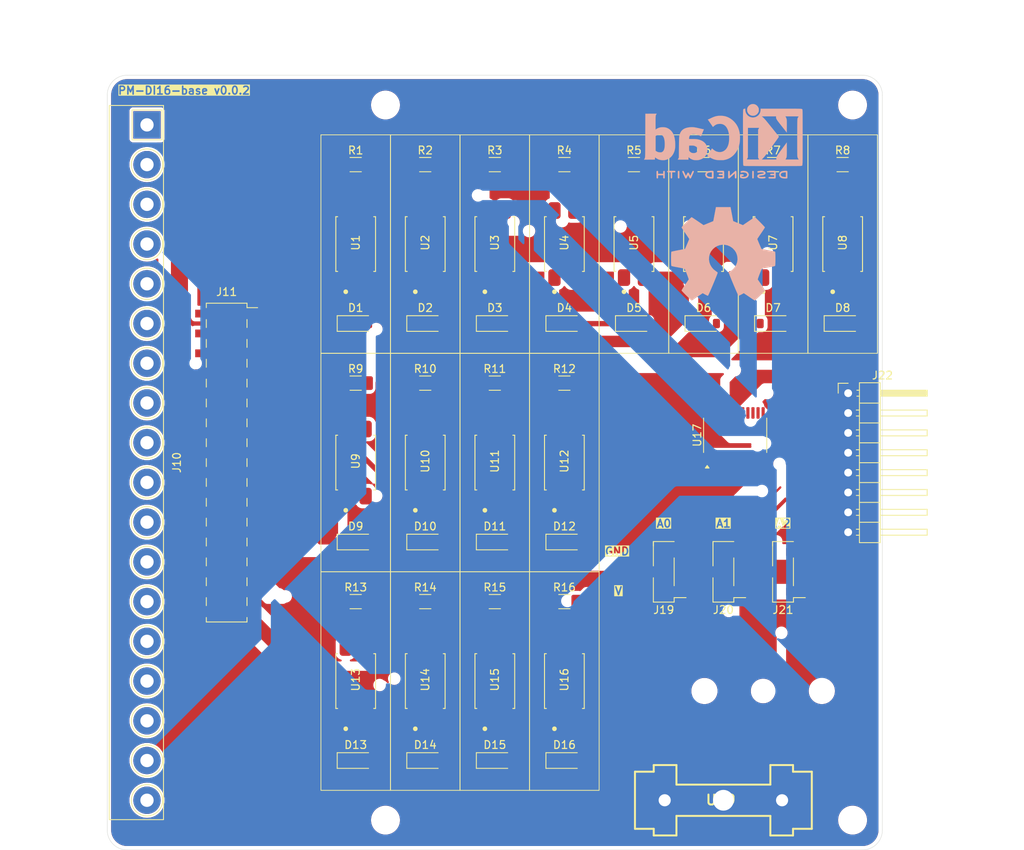
<source format=kicad_pcb>
(kicad_pcb (version 20240108) (generator "pcbnew") (generator_version "8.0")
  (layers (0 "F.Cu" signal) (31 "B.Cu" signal) (34 "B.Paste" user) (35 "F.Paste" user) (36 "B.SilkS" user "B.Silkscreen") (37 "F.SilkS" user "F.Silkscreen") (38 "B.Mask" user) (39 "F.Mask" user) (44 "Edge.Cuts" user))
  (net 0 "")
  (net 1 "GND")
  (net 2 "/M")
  (net 3 "VDD")
  (net 4 "/A0")
  (net 5 "/A1")
  (net 6 "/A2")
  (net 7 "Net-(U17-IO0_0)")
  (net 8 "Net-(U17-IO0_1)")
  (net 9 "Net-(U17-IO0_2)")
  (net 10 "Net-(U17-IO0_3)")
  (net 11 "Net-(U17-IO0_4)")
  (net 12 "Net-(U17-IO0_5)")
  (net 13 "Net-(U17-IO0_6)")
  (net 14 "Net-(U17-IO0_7)")
  (net 15 "Net-(U17-IO1_0)")
  (net 16 "Net-(U17-IO1_1)")
  (net 17 "Net-(U17-IO1_2)")
  (net 18 "Net-(U17-IO1_3)")
  (net 19 "Net-(U17-IO1_4)")
  (net 20 "Net-(U17-IO1_5)")
  (net 21 "Net-(U17-IO1_6)")
  (net 22 "Net-(U17-IO1_7)")
  (net 23 "/SCL")
  (net 25 "/SDA")
  (net 26 "Net-(D1-K)")
  (net 27 "Net-(D2-K)")
  (net 28 "Net-(D3-K)")
  (net 29 "Net-(D4-K)")
  (net 30 "Net-(D5-K)")
  (net 31 "Net-(D6-K)")
  (net 32 "Net-(D7-K)")
  (net 33 "Net-(D8-K)")
  (net 34 "Net-(D9-K)")
  (net 35 "Net-(D10-K)")
  (net 36 "Net-(D11-K)")
  (net 37 "Net-(D12-K)")
  (net 38 "Net-(D13-K)")
  (net 39 "Net-(D14-K)")
  (net 40 "Net-(D15-K)")
  (net 41 "Net-(D16-K)")
  (net 42 "Net-(J10-Pin_8)")
  (net 43 "Net-(J10-Pin_1)")
  (net 44 "Net-(J10-Pin_3)")
  (net 45 "Net-(J10-Pin_13)")
  (net 46 "Net-(J10-Pin_2)")
  (net 47 "Net-(J10-Pin_6)")
  (net 48 "Net-(J10-Pin_4)")
  (net 49 "Net-(J10-Pin_16)")
  (net 50 "Net-(J10-Pin_10)")
  (net 51 "Net-(J10-Pin_7)")
  (net 52 "Net-(J10-Pin_12)")
  (net 53 "Net-(J10-Pin_9)")
  (net 54 "Net-(J10-Pin_11)")
  (net 55 "Net-(J10-Pin_5)")
  (net 56 "Net-(J10-Pin_15)")
  (net 57 "Net-(J10-Pin_14)")
  (net 58 "Net-(J22-Pin_1)")
  (footprint "Diode_SMD:D_SOD-123" (layer "F.Cu") (at 142.24 138.43)
    (property "Reference" "D14" (at 0 -2 0) (layer "F.SilkS"))
    (property "Value" "1N4148W")
    (pad "1" smd roundrect (at -1.65 0) (size 0.9 1.2) (layers "F.Cu" "F.Paste" "F.Mask") (net 39 "Net-(D14-K)"))
    (pad "2" smd roundrect (at 1.65 0) (size 0.9 1.2) (layers "F.Cu" "F.Paste" "F.Mask") (net 2 "/M"))
  )
  (footprint "Diode_SMD:D_SOD-123" (layer "F.Cu") (at 186.69 82.55)
    (property "Reference" "D7" (at 0 -2 0) (layer "F.SilkS"))
    (property "Value" "1N4148W")
    (pad "1" smd roundrect (at -1.65 0) (size 0.9 1.2) (layers "F.Cu" "F.Paste" "F.Mask") (net 32 "Net-(D7-K)"))
    (pad "2" smd roundrect (at 1.65 0) (size 0.9 1.2) (layers "F.Cu" "F.Paste" "F.Mask") (net 2 "/M"))
  )
  (footprint "Diode_SMD:D_SOD-123" (layer "F.Cu") (at 168.91 82.55)
    (property "Reference" "D5" (at 0 -2 0) (layer "F.SilkS"))
    (property "Value" "1N4148W")
    (pad "1" smd roundrect (at -1.65 0) (size 0.9 1.2) (layers "F.Cu" "F.Paste" "F.Mask") (net 30 "Net-(D5-K)"))
    (pad "2" smd roundrect (at 1.65 0) (size 0.9 1.2) (layers "F.Cu" "F.Paste" "F.Mask") (net 2 "/M"))
  )
  (footprint "Resistor_SMD:R_1206_3216Metric_Pad1.30x1.75mm_HandSolder" (layer "F.Cu") (at 151.13 62.23)
    (property "Reference" "R3" (at 0 -1.82 0) (layer "F.SilkS"))
    (property "Value" "10k")
    (pad "1" smd roundrect (at -1.55 0) (size 1.3 1.75) (layers "F.Cu" "F.Paste" "F.Mask") (roundrect_rratio 0.192308) (net 9 "Net-(U17-IO0_2)"))
    (pad "2" smd roundrect (at 1.55 0) (size 1.3 1.75) (layers "F.Cu" "F.Paste" "F.Mask") (roundrect_rratio 0.192308) (net 3 "VDD"))
  )
  (footprint "NextPCB:PC817XI_SOIC254P975X460-4N" (layer "F.Cu") (at 168.91 72.39 90)
    (property "Reference" "U5" (at 0.175 0 90) (layer "F.SilkS"))
    (property "Value" "PC817C")
    (pad "1" smd roundrect (at -4.29 -1.27 90) (size 2.13 1.57) (layers "F.Cu" "F.Paste" "F.Mask") (net 30 "Net-(D5-K)"))
    (pad "2" smd roundrect (at -4.29 1.27 90) (size 2.13 1.57) (layers "F.Cu" "F.Paste" "F.Mask") (net 2 "/M"))
    (pad "3" smd roundrect (at 4.29 1.27 90) (size 2.13 1.57) (layers "F.Cu" "F.Paste" "F.Mask") (net 1 "GND"))
    (pad "4" smd roundrect (at 4.29 -1.27 90) (size 2.13 1.57) (layers "F.Cu" "F.Paste" "F.Mask") (net 11 "Net-(U17-IO0_4)"))
  )
  (footprint "NextPCB:PC817XI_SOIC254P975X460-4N" (layer "F.Cu") (at 142.24 100.33 90)
    (property "Reference" "U10" (at 0.175 0 90) (layer "F.SilkS"))
    (property "Value" "PC817C")
    (pad "1" smd roundrect (at -4.29 -1.27 90) (size 2.13 1.57) (layers "F.Cu" "F.Paste" "F.Mask") (net 35 "Net-(D10-K)"))
    (pad "2" smd roundrect (at -4.29 1.27 90) (size 2.13 1.57) (layers "F.Cu" "F.Paste" "F.Mask") (net 2 "/M"))
    (pad "3" smd roundrect (at 4.29 1.27 90) (size 2.13 1.57) (layers "F.Cu" "F.Paste" "F.Mask") (net 1 "GND"))
    (pad "4" smd roundrect (at 4.29 -1.27 90) (size 2.13 1.57) (layers "F.Cu" "F.Paste" "F.Mask") (net 16 "Net-(U17-IO1_1)"))
  )
  (footprint "Resistor_SMD:R_1206_3216Metric_Pad1.30x1.75mm_HandSolder" (layer "F.Cu") (at 160.02 62.23)
    (property "Reference" "R4" (at 0 -1.82 0) (layer "F.SilkS"))
    (property "Value" "10k")
    (pad "1" smd roundrect (at -1.55 0) (size 1.3 1.75) (layers "F.Cu" "F.Paste" "F.Mask") (roundrect_rratio 0.192308) (net 10 "Net-(U17-IO0_3)"))
    (pad "2" smd roundrect (at 1.55 0) (size 1.3 1.75) (layers "F.Cu" "F.Paste" "F.Mask") (roundrect_rratio 0.192308) (net 3 "VDD"))
  )
  (footprint "Diode_SMD:D_SOD-123" (layer "F.Cu") (at 177.8 82.55)
    (property "Reference" "D6" (at 0 -2 0) (layer "F.SilkS"))
    (property "Value" "1N4148W")
    (pad "1" smd roundrect (at -1.65 0) (size 0.9 1.2) (layers "F.Cu" "F.Paste" "F.Mask") (net 31 "Net-(D6-K)"))
    (pad "2" smd roundrect (at 1.65 0) (size 0.9 1.2) (layers "F.Cu" "F.Paste" "F.Mask") (net 2 "/M"))
  )
  (footprint "Diode_SMD:D_SOD-123" (layer "F.Cu") (at 195.58 82.55)
    (property "Reference" "D8" (at 0 -2 0) (layer "F.SilkS"))
    (property "Value" "1N4148W")
    (pad "1" smd roundrect (at -1.65 0) (size 0.9 1.2) (layers "F.Cu" "F.Paste" "F.Mask") (net 33 "Net-(D8-K)"))
    (pad "2" smd roundrect (at 1.65 0) (size 0.9 1.2) (layers "F.Cu" "F.Paste" "F.Mask") (net 2 "/M"))
  )
  (footprint "Resistor_SMD:R_1206_3216Metric_Pad1.30x1.75mm_HandSolder" (layer "F.Cu") (at 142.24 118.11)
    (property "Reference" "R14" (at 0 -1.82 0) (layer "F.SilkS"))
    (property "Value" "10k")
    (pad "1" smd roundrect (at -1.55 0) (size 1.3 1.75) (layers "F.Cu" "F.Paste" "F.Mask") (roundrect_rratio 0.192308) (net 20 "Net-(U17-IO1_5)"))
    (pad "2" smd roundrect (at 1.55 0) (size 1.3 1.75) (layers "F.Cu" "F.Paste" "F.Mask") (roundrect_rratio 0.192308) (net 3 "VDD"))
  )
  (footprint "Connector_PinHeader_2.54mm:PinHeader_1x03_P2.54mm_Vertical_SMD_Pin1Left" (layer "F.Cu") (at 180.34 114.3 180)
    (property "Reference" "J20" (at 0 -4.87 360) (layer "F.SilkS"))
    (property "Value" "PinHeader_P2.54_01x03_SMD_Straight")
    (pad "1" smd rect (at -1.655 -2.54 180) (size 2.51 1) (layers "F.Cu" "F.Paste" "F.Mask") (net 3 "VDD"))
    (pad "2" smd rect (at 1.655 0 180) (size 2.51 1) (layers "F.Cu" "F.Paste" "F.Mask") (net 5 "/A1"))
    (pad "3" smd rect (at -1.655 2.54 180) (size 2.51 1) (layers "F.Cu" "F.Paste" "F.Mask") (net 1 "GND"))
  )
  (footprint "Diode_SMD:D_SOD-123" (layer "F.Cu") (at 133.35 82.55)
    (property "Reference" "D1" (at 0 -2 0) (layer "F.SilkS"))
    (property "Value" "1N4148W")
    (pad "1" smd roundrect (at -1.65 0) (size 0.9 1.2) (layers "F.Cu" "F.Paste" "F.Mask") (net 26 "Net-(D1-K)"))
    (pad "2" smd roundrect (at 1.65 0) (size 0.9 1.2) (layers "F.Cu" "F.Paste" "F.Mask") (net 2 "/M"))
  )
  (footprint "NextPCB:PC817XI_SOIC254P975X460-4N" (layer "F.Cu") (at 186.69 72.39 90)
    (property "Reference" "U7" (at 0.175 0 90) (layer "F.SilkS"))
    (property "Value" "PC817C")
    (pad "1" smd roundrect (at -4.29 -1.27 90) (size 2.13 1.57) (layers "F.Cu" "F.Paste" "F.Mask") (net 32 "Net-(D7-K)"))
    (pad "2" smd roundrect (at -4.29 1.27 90) (size 2.13 1.57) (layers "F.Cu" "F.Paste" "F.Mask") (net 2 "/M"))
    (pad "3" smd roundrect (at 4.29 1.27 90) (size 2.13 1.57) (layers "F.Cu" "F.Paste" "F.Mask") (net 1 "GND"))
    (pad "4" smd roundrect (at 4.29 -1.27 90) (size 2.13 1.57) (layers "F.Cu" "F.Paste" "F.Mask") (net 13 "Net-(U17-IO0_6)"))
  )
  (footprint "Diode_SMD:D_SOD-123" (layer "F.Cu") (at 151.13 138.43)
    (property "Reference" "D15" (at 0 -2 0) (layer "F.SilkS"))
    (property "Value" "1N4148W")
    (pad "1" smd roundrect (at -1.65 0) (size 0.9 1.2) (layers "F.Cu" "F.Paste" "F.Mask") (net 40 "Net-(D15-K)"))
    (pad "2" smd roundrect (at 1.65 0) (size 0.9 1.2) (layers "F.Cu" "F.Paste" "F.Mask") (net 2 "/M"))
  )
  (footprint "Connector_PinHeader_2.54mm:PinHeader_1x08_P2.54mm_Horizontal" (layer "F.Cu") (at 196.285 91.455)
    (property "Reference" "J22" (at 4.385 -2.27 0) (layer "F.SilkS"))
    (property "Value" "PinHeader P2.54 01x08 THT Angle")
    (pad "1" thru_hole rect (at 0 0) (size 1.7 1.7) (drill 1) (layers "*.Cu" "*.Mask") (net 58 "Net-(J22-Pin_1)"))
    (pad "2" thru_hole oval (at 0 2.54) (size 1.7 1.7) (drill 1) (layers "*.Cu" "*.Mask") (net 1 "GND"))
    (pad "3" thru_hole oval (at 0 5.08) (size 1.7 1.7) (drill 1) (layers "*.Cu" "*.Mask") (net 25 "/SDA"))
    (pad "4" thru_hole oval (at 0 7.62) (size 1.7 1.7) (drill 1) (layers "*.Cu" "*.Mask") (net 23 "/SCL"))
    (pad "5" thru_hole oval (at 0 10.16) (size 1.7 1.7) (drill 1) (layers "*.Cu" "*.Mask"))
    (pad "6" thru_hole oval (at 0 12.7) (size 1.7 1.7) (drill 1) (layers "*.Cu" "*.Mask"))
    (pad "7" thru_hole oval (at 0 15.24) (size 1.7 1.7) (drill 1) (layers "*.Cu" "*.Mask"))
    (pad "8" thru_hole oval (at 0 17.78) (size 1.7 1.7) (drill 1) (layers "*.Cu" "*.Mask"))
  )
  (footprint "MountingHole:MountingHole_3.2mm_M3" (layer "F.Cu") (at 196.85 54.61)
    (property "Reference" "H2" (hide yes))
    (property "Value" "MountingHole" (hide yes))
    (pad "" np_thru_hole circle (at 0 0) (size 3.2 3.2) (drill 3.2) (layers "*.Cu" "*.Mask"))
  )
  (footprint "Diode_SMD:D_SOD-123" (layer "F.Cu") (at 160.02 138.43)
    (property "Reference" "D16" (at 0 -2 0) (layer "F.SilkS"))
    (property "Value" "1N4148W")
    (pad "1" smd roundrect (at -1.65 0) (size 0.9 1.2) (layers "F.Cu" "F.Paste" "F.Mask") (net 41 "Net-(D16-K)"))
    (pad "2" smd roundrect (at 1.65 0) (size 0.9 1.2) (layers "F.Cu" "F.Paste" "F.Mask") (net 2 "/M"))
  )
  (footprint "NextPCB:PC817XI_SOIC254P975X460-4N" (layer "F.Cu") (at 133.35 72.39 90)
    (property "Reference" "U1" (at 0.175 0 90) (layer "F.SilkS"))
    (property "Value" "PC817C")
    (pad "1" smd roundrect (at -4.29 -1.27 90) (size 2.13 1.57) (layers "F.Cu" "F.Paste" "F.Mask") (net 26 "Net-(D1-K)"))
    (pad "2" smd roundrect (at -4.29 1.27 90) (size 2.13 1.57) (layers "F.Cu" "F.Paste" "F.Mask") (net 2 "/M"))
    (pad "3" smd roundrect (at 4.29 1.27 90) (size 2.13 1.57) (layers "F.Cu" "F.Paste" "F.Mask") (net 1 "GND"))
    (pad "4" smd roundrect (at 4.29 -1.27 90) (size 2.13 1.57) (layers "F.Cu" "F.Paste" "F.Mask") (net 7 "Net-(U17-IO0_0)"))
  )
  (footprint "Connector_PinHeader_2.54mm:PinHeader_1x03_P2.54mm_Vertical_SMD_Pin1Left" (layer "F.Cu") (at 187.96 114.3 180)
    (property "Reference" "J21" (at 0 -4.87 360) (layer "F.SilkS"))
    (property "Value" "PinHeader_P2.54_01x03_SMD_Straight")
    (pad "1" smd rect (at -1.655 -2.54 180) (size 2.51 1) (layers "F.Cu" "F.Paste" "F.Mask") (net 3 "VDD"))
    (pad "2" smd rect (at 1.655 0 180) (size 2.51 1) (layers "F.Cu" "F.Paste" "F.Mask") (net 6 "/A2"))
    (pad "3" smd rect (at -1.655 2.54 180) (size 2.51 1) (layers "F.Cu" "F.Paste" "F.Mask") (net 1 "GND"))
  )
  (footprint "NextPCB:Conn_02x16_socket" (layer "F.Cu") (at 116.86 100.33)
    (property "Reference" "J11" (at 0 -21.82 0) (layer "F.SilkS"))
    (property "Value" "FemaleHeader P2.54 02x16 SMD Straight")
    (pad "1" smd rect (at 2.52 -19.05) (size 3 1) (layers "F.Cu" "F.Paste" "F.Mask") (net 26 "Net-(D1-K)"))
    (pad "2" smd rect (at -2.52 -19.05) (size 3 1) (layers "F.Cu" "F.Paste" "F.Mask") (net 43 "Net-(J10-Pin_1)"))
    (pad "3" smd rect (at 2.52 -16.51) (size 3 1) (layers "F.Cu" "F.Paste" "F.Mask") (net 27 "Net-(D2-K)"))
    (pad "4" smd rect (at -2.52 -16.51) (size 3 1) (layers "F.Cu" "F.Paste" "F.Mask") (net 46 "Net-(J10-Pin_2)"))
    (pad "5" smd rect (at 2.52 -13.97) (size 3 1) (layers "F.Cu" "F.Paste" "F.Mask") (net 28 "Net-(D3-K)"))
    (pad "6" smd rect (at -2.52 -13.97) (size 3 1) (layers "F.Cu" "F.Paste" "F.Mask") (net 44 "Net-(J10-Pin_3)"))
    (pad "7" smd rect (at 2.52 -11.43) (size 3 1) (layers "F.Cu" "F.Paste" "F.Mask") (net 29 "Net-(D4-K)"))
    (pad "8" smd rect (at -2.52 -11.43) (size 3 1) (layers "F.Cu" "F.Paste" "F.Mask") (net 48 "Net-(J10-Pin_4)"))
    (pad "9" smd rect (at 2.52 -8.89) (size 3 1) (layers "F.Cu" "F.Paste" "F.Mask") (net 30 "Net-(D5-K)"))
    (pad "10" smd rect (at -2.52 -8.89) (size 3 1) (layers "F.Cu" "F.Paste" "F.Mask") (net 55 "Net-(J10-Pin_5)"))
    (pad "11" smd rect (at 2.52 -6.35) (size 3 1) (layers "F.Cu" "F.Paste" "F.Mask") (net 31 "Net-(D6-K)"))
    (pad "12" smd rect (at -2.52 -6.35) (size 3 1) (layers "F.Cu" "F.Paste" "F.Mask") (net 47 "Net-(J10-Pin_6)"))
    (pad "13" smd rect (at 2.52 -3.81) (size 3 1) (layers "F.Cu" "F.Paste" "F.Mask") (net 32 "Net-(D7-K)"))
    (pad "14" smd rect (at -2.52 -3.81) (size 3 1) (layers "F.Cu" "F.Paste" "F.Mask") (net 51 "Net-(J10-Pin_7)"))
    (pad "15" smd rect (at 2.52 -1.27) (size 3 1) (layers "F.Cu" "F.Paste" "F.Mask") (net 33 "Net-(D8-K)"))
    (pad "16" smd rect (at -2.52 -1.27) (size 3 1) (layers "F.Cu" "F.Paste" "F.Mask") (net 42 "Net-(J10-Pin_8)"))
    (pad "17" smd rect (at 2.52 1.27) (size 3 1) (layers "F.Cu" "F.Paste" "F.Mask") (net 34 "Net-(D9-K)"))
    (pad "18" smd rect (at -2.52 1.27) (size 3 1) (layers "F.Cu" "F.Paste" "F.Mask") (net 53 "Net-(J10-Pin_9)"))
    (pad "19" smd rect (at 2.52 3.81) (size 3 1) (layers "F.Cu" "F.Paste" "F.Mask") (net 35 "Net-(D10-K)"))
    (pad "20" smd rect (at -2.52 3.81) (size 3 1) (layers "F.Cu" "F.Paste" "F.Mask") (net 50 "Net-(J10-Pin_10)"))
    (pad "21" smd rect (at 2.52 6.35) (size 3 1) (layers "F.Cu" "F.Paste" "F.Mask") (net 36 "Net-(D11-K)"))
    (pad "22" smd rect (at -2.52 6.35) (size 3 1) (layers "F.Cu" "F.Paste" "F.Mask") (net 54 "Net-(J10-Pin_11)"))
    (pad "23" smd rect (at 2.52 8.89) (size 3 1) (layers "F.Cu" "F.Paste" "F.Mask") (net 37 "Net-(D12-K)"))
    (pad "24" smd rect (at -2.52 8.89) (size 3 1) (layers "F.Cu" "F.Paste" "F.Mask") (net 52 "Net-(J10-Pin_12)"))
    (pad "25" smd rect (at 2.52 11.43) (size 3 1) (layers "F.Cu" "F.Paste" "F.Mask") (net 38 "Net-(D13-K)"))
    (pad "26" smd rect (at -2.52 11.43) (size 3 1) (layers "F.Cu" "F.Paste" "F.Mask") (net 45 "Net-(J10-Pin_13)"))
    (pad "27" smd rect (at 2.52 13.97) (size 3 1) (layers "F.Cu" "F.Paste" "F.Mask") (net 39 "Net-(D14-K)"))
    (pad "28" smd rect (at -2.52 13.97) (size 3 1) (layers "F.Cu" "F.Paste" "F.Mask") (net 57 "Net-(J10-Pin_14)"))
    (pad "29" smd rect (at 2.52 16.51) (size 3 1) (layers "F.Cu" "F.Paste" "F.Mask") (net 40 "Net-(D15-K)"))
    (pad "30" smd rect (at -2.52 16.51) (size 3 1) (layers "F.Cu" "F.Paste" "F.Mask") (net 56 "Net-(J10-Pin_15)"))
    (pad "31" smd rect (at 2.52 19.05) (size 3 1) (layers "F.Cu" "F.Paste" "F.Mask") (net 41 "Net-(D16-K)"))
    (pad "32" smd rect (at -2.52 19.05) (size 3 1) (layers "F.Cu" "F.Paste" "F.Mask") (net 49 "Net-(J10-Pin_16)"))
  )
  (footprint "Resistor_SMD:R_1206_3216Metric_Pad1.30x1.75mm_HandSolder" (layer "F.Cu") (at 151.13 118.11)
    (property "Reference" "R15" (at 0 -1.82 0) (layer "F.SilkS"))
    (property "Value" "10k")
    (pad "1" smd roundrect (at -1.55 0) (size 1.3 1.75) (layers "F.Cu" "F.Paste" "F.Mask") (roundrect_rratio 0.192308) (net 21 "Net-(U17-IO1_6)"))
    (pad "2" smd roundrect (at 1.55 0) (size 1.3 1.75) (layers "F.Cu" "F.Paste" "F.Mask") (roundrect_rratio 0.192308) (net 3 "VDD"))
  )
  (footprint "NextPCB:PC817XI_SOIC254P975X460-4N" (layer "F.Cu") (at 151.13 100.33 90)
    (property "Reference" "U11" (at 0.175 0 90) (layer "F.SilkS"))
    (property "Value" "PC817C")
    (pad "1" smd roundrect (at -4.29 -1.27 90) (size 2.13 1.57) (layers "F.Cu" "F.Paste" "F.Mask") (net 36 "Net-(D11-K)"))
    (pad "2" smd roundrect (at -4.29 1.27 90) (size 2.13 1.57) (layers "F.Cu" "F.Paste" "F.Mask") (net 2 "/M"))
    (pad "3" smd roundrect (at 4.29 1.27 90) (size 2.13 1.57) (layers "F.Cu" "F.Paste" "F.Mask") (net 1 "GND"))
    (pad "4" smd roundrect (at 4.29 -1.27 90) (size 2.13 1.57) (layers "F.Cu" "F.Paste" "F.Mask") (net 17 "Net-(U17-IO1_2)"))
  )
  (footprint "NextPCB:PC817XI_SOIC254P975X460-4N" (layer "F.Cu") (at 160.02 72.39 90)
    (property "Reference" "U4" (at 0.175 0 90) (layer "F.SilkS"))
    (property "Value" "PC817C")
    (pad "1" smd roundrect (at -4.29 -1.27 90) (size 2.13 1.57) (layers "F.Cu" "F.Paste" "F.Mask") (net 29 "Net-(D4-K)"))
    (pad "2" smd roundrect (at -4.29 1.27 90) (size 2.13 1.57) (layers "F.Cu" "F.Paste" "F.Mask") (net 2 "/M"))
    (pad "3" smd roundrect (at 4.29 1.27 90) (size 2.13 1.57) (layers "F.Cu" "F.Paste" "F.Mask") (net 1 "GND"))
    (pad "4" smd roundrect (at 4.29 -1.27 90) (size 2.13 1.57) (layers "F.Cu" "F.Paste" "F.Mask") (net 10 "Net-(U17-IO0_3)"))
  )
  (footprint "Connector_PinHeader_2.54mm:PinHeader_1x03_P2.54mm_Vertical_SMD_Pin1Left" (layer "F.Cu") (at 172.72 114.3 180)
    (property "Reference" "J19" (at 0 -4.87 360) (layer "F.SilkS"))
    (property "Value" "PinHeader_P2.54_01x03_SMD_Straight")
    (pad "1" smd rect (at -1.655 -2.54 180) (size 2.51 1) (layers "F.Cu" "F.Paste" "F.Mask") (net 3 "VDD"))
    (pad "2" smd rect (at 1.655 0 180) (size 2.51 1) (layers "F.Cu" "F.Paste" "F.Mask") (net 4 "/A0"))
    (pad "3" smd rect (at -1.655 2.54 180) (size 2.51 1) (layers "F.Cu" "F.Paste" "F.Mask") (net 1 "GND"))
  )
  (footprint "Diode_SMD:D_SOD-123" (layer "F.Cu") (at 133.35 138.43)
    (property "Reference" "D13" (at 0 -2 0) (layer "F.SilkS"))
    (property "Value" "1N4148W")
    (pad "1" smd roundrect (at -1.65 0) (size 0.9 1.2) (layers "F.Cu" "F.Paste" "F.Mask") (net 38 "Net-(D13-K)"))
    (pad "2" smd roundrect (at 1.65 0) (size 0.9 1.2) (layers "F.Cu" "F.Paste" "F.Mask") (net 2 "/M"))
  )
  (footprint "Diode_SMD:D_SOD-123" (layer "F.Cu") (at 160.02 110.49)
    (property "Reference" "D12" (at 0 -2 0) (layer "F.SilkS"))
    (property "Value" "1N4148W")
    (pad "1" smd roundrect (at -1.65 0) (size 0.9 1.2) (layers "F.Cu" "F.Paste" "F.Mask") (net 37 "Net-(D12-K)"))
    (pad "2" smd roundrect (at 1.65 0) (size 0.9 1.2) (layers "F.Cu" "F.Paste" "F.Mask") (net 2 "/M"))
  )
  (footprint "Resistor_SMD:R_1206_3216Metric_Pad1.30x1.75mm_HandSolder" (layer "F.Cu") (at 133.35 118.11)
    (property "Reference" "R13" (at 0 -1.82 0) (layer "F.SilkS"))
    (property "Value" "10k")
    (pad "1" smd roundrect (at -1.55 0) (size 1.3 1.75) (layers "F.Cu" "F.Paste" "F.Mask") (roundrect_rratio 0.192308) (net 19 "Net-(U17-IO1_4)"))
    (pad "2" smd roundrect (at 1.55 0) (size 1.3 1.75) (layers "F.Cu" "F.Paste" "F.Mask") (roundrect_rratio 0.192308) (net 3 "VDD"))
  )
  (footprint "Resistor_SMD:R_1206_3216Metric_Pad1.30x1.75mm_HandSolder" (layer "F.Cu") (at 160.02 118.11)
    (property "Reference" "R16" (at 0 -1.82 0) (layer "F.SilkS"))
    (property "Value" "10k")
    (pad "1" smd roundrect (at -1.55 0) (size 1.3 1.75) (layers "F.Cu" "F.Paste" "F.Mask") (roundrect_rratio 0.192308) (net 22 "Net-(U17-IO1_7)"))
    (pad "2" smd roundrect (at 1.55 0) (size 1.3 1.75) (layers "F.Cu" "F.Paste" "F.Mask") (roundrect_rratio 0.192308) (net 3 "VDD"))
  )
  (footprint "NextPCB:PC817XI_SOIC254P975X460-4N" (layer "F.Cu") (at 151.13 72.39 90)
    (property "Reference" "U3" (at 0.175 0 90) (layer "F.SilkS"))
    (property "Value" "PC817C")
    (pad "1" smd roundrect (at -4.29 -1.27 90) (size 2.13 1.57) (layers "F.Cu" "F.Paste" "F.Mask") (net 28 "Net-(D3-K)"))
    (pad "2" smd roundrect (at -4.29 1.27 90) (size 2.13 1.57) (layers "F.Cu" "F.Paste" "F.Mask") (net 2 "/M"))
    (pad "3" smd roundrect (at 4.29 1.27 90) (size 2.13 1.57) (layers "F.Cu" "F.Paste" "F.Mask") (net 1 "GND"))
    (pad "4" smd roundrect (at 4.29 -1.27 90) (size 2.13 1.57) (layers "F.Cu" "F.Paste" "F.Mask") (net 9 "Net-(U17-IO0_2)"))
  )
  (footprint "Package_SO:TSSOP-24_4.4x7.8mm_P0.65mm" (layer "F.Cu") (at 181.845 96.8425 90)
    (property "Reference" "U17" (at 0 -4.85 90) (layer "F.SilkS"))
    (property "Value" "PCA9555PW")
    (pad "1" smd roundrect (at -2.8625 -3.575 90) (size 1.475 0.4) (layers "F.Cu" "F.Paste" "F.Mask"))
    (pad "2" smd roundrect (at -2.8625 -2.925 90) (size 1.475 0.4) (layers "F.Cu" "F.Paste" "F.Mask") (net 5 "/A1"))
    (pad "3" smd roundrect (at -2.8625 -2.275 90) (size 1.475 0.4) (layers "F.Cu" "F.Paste" "F.Mask") (net 6 "/A2"))
    (pad "4" smd roundrect (at -2.8625 -1.625 90) (size 1.475 0.4) (layers "F.Cu" "F.Paste" "F.Mask") (net 7 "Net-(U17-IO0_0)"))
    (pad "5" smd roundrect (at -2.8625 -0.975 90) (size 1.475 0.4) (layers "F.Cu" "F.Paste" "F.Mask") (net 8 "Net-(U17-IO0_1)"))
    (pad "6" smd roundrect (at -2.8625 -0.325 90) (size 1.475 0.4) (layers "F.Cu" "F.Paste" "F.Mask") (net 9 "Net-(U17-IO0_2)"))
    (pad "7" smd roundrect (at -2.8625 0.325 90) (size 1.475 0.4) (layers "F.Cu" "F.Paste" "F.Mask") (net 10 "Net-(U17-IO0_3)"))
    (pad "8" smd roundrect (at -2.8625 0.975 90) (size 1.475 0.4) (layers "F.Cu" "F.Paste" "F.Mask") (net 11 "Net-(U17-IO0_4)"))
    (pad "9" smd roundrect (at -2.8625 1.625 90) (size 1.475 0.4) (layers "F.Cu" "F.Paste" "F.Mask") (net 12 "Net-(U17-IO0_5)"))
    (pad "10" smd roundrect (at -2.8625 2.275 90) (size 1.475 0.4) (layers "F.Cu" "F.Paste" "F.Mask") (net 13 "Net-(U17-IO0_6)"))
    (pad "11" smd roundrect (at -2.8625 2.925 90) (size 1.475 0.4) (layers "F.Cu" "F.Paste" "F.Mask") (net 14 "Net-(U17-IO0_7)"))
    (pad "12" smd roundrect (at -2.8625 3.575 90) (size 1.475 0.4) (layers "F.Cu" "F.Paste" "F.Mask") (net 1 "GND"))
    (pad "13" smd roundrect (at 2.8625 3.575 90) (size 1.475 0.4) (layers "F.Cu" "F.Paste" "F.Mask") (net 15 "Net-(U17-IO1_0)"))
    (pad "14" smd roundrect (at 2.8625 2.925 90) (size 1.475 0.4) (layers "F.Cu" "F.Paste" "F.Mask") (net 16 "Net-(U17-IO1_1)"))
    (pad "15" smd roundrect (at 2.8625 2.275 90) (size 1.475 0.4) (layers "F.Cu" "F.Paste" "F.Mask") (net 17 "Net-(U17-IO1_2)"))
    (pad "16" smd roundrect (at 2.8625 1.625 90) (size 1.475 0.4) (layers "F.Cu" "F.Paste" "F.Mask") (net 18 "Net-(U17-IO1_3)"))
    (pad "17" smd roundrect (at 2.8625 0.975 90) (size 1.475 0.4) (layers "F.Cu" "F.Paste" "F.Mask") (net 19 "Net-(U17-IO1_4)"))
    (pad "18" smd roundrect (at 2.8625 0.325 90) (size 1.475 0.4) (layers "F.Cu" "F.Paste" "F.Mask") (net 20 "Net-(U17-IO1_5)"))
    (pad "19" smd roundrect (at 2.8625 -0.325 90) (size 1.475 0.4) (layers "F.Cu" "F.Paste" "F.Mask") (net 21 "Net-(U17-IO1_6)"))
    (pad "20" smd roundrect (at 2.8625 -0.975 90) (size 1.475 0.4) (layers "F.Cu" "F.Paste" "F.Mask") (net 22 "Net-(U17-IO1_7)"))
    (pad "21" smd roundrect (at 2.8625 -1.625 90) (size 1.475 0.4) (layers "F.Cu" "F.Paste" "F.Mask") (net 4 "/A0"))
    (pad "22" smd roundrect (at 2.8625 -2.275 90) (size 1.475 0.4) (layers "F.Cu" "F.Paste" "F.Mask") (net 23 "/SCL"))
    (pad "23" smd roundrect (at 2.8625 -2.925 90) (size 1.475 0.4) (layers "F.Cu" "F.Paste" "F.Mask") (net 25 "/SDA"))
    (pad "24" smd roundrect (at 2.8625 -3.575 90) (size 1.475 0.4) (layers "F.Cu" "F.Paste" "F.Mask") (net 3 "VDD"))
  )
  (footprint "MountingHole:MountingHole_3.2mm_M3" (layer "F.Cu") (at 137.16 54.61)
    (property "Reference" "H1" (hide yes))
    (property "Value" "MountingHole" (hide yes))
    (pad "" np_thru_hole circle (at 0 0) (size 3.2 3.2) (drill 3.2) (layers "*.Cu" "*.Mask"))
  )
  (footprint "MountingHole:MountingHole_3.2mm_M3" (layer "F.Cu") (at 196.85 146.05)
    (property "Reference" "H3" (hide yes))
    (property "Value" "MountingHole" (hide yes))
    (pad "" np_thru_hole circle (at 0 0) (size 3.2 3.2) (drill 3.2) (layers "*.Cu" "*.Mask"))
  )
  (footprint "NextPCB:PC817XI_SOIC254P975X460-4N" (layer "F.Cu") (at 133.35 100.33 90)
    (property "Reference" "U9" (at 0.175 0 90) (layer "F.SilkS"))
    (property "Value" "PC817C")
    (pad "1" smd roundrect (at -4.29 -1.27 90) (size 2.13 1.57) (layers "F.Cu" "F.Paste" "F.Mask") (net 34 "Net-(D9-K)"))
    (pad "2" smd roundrect (at -4.29 1.27 90) (size 2.13 1.57) (layers "F.Cu" "F.Paste" "F.Mask") (net 2 "/M"))
    (pad "3" smd roundrect (at 4.29 1.27 90) (size 2.13 1.57) (layers "F.Cu" "F.Paste" "F.Mask") (net 1 "GND"))
    (pad "4" smd roundrect (at 4.29 -1.27 90) (size 2.13 1.57) (layers "F.Cu" "F.Paste" "F.Mask") (net 15 "Net-(U17-IO1_0)"))
  )
  (footprint "NextPCB:Degson_2EDGR-5.08-18P" (layer "F.Cu") (at 106.68 57.15 -90)
    (property "Reference" "J10" (at 43.18 -3.81 90) (layer "F.SilkS"))
    (property "Value" "2EDGR-5.08-18P")
    (pad "1" thru_hole rect (at 0 0 270) (size 3.5 3.5) (drill 1.7) (layers "*.Cu" "*.Mask") (net 43 "Net-(J10-Pin_1)"))
    (pad "2" thru_hole circle (at 5.08 0 270) (size 3.5 3.5) (drill 1.7) (layers "*.Cu" "*.Mask") (net 46 "Net-(J10-Pin_2)"))
    (pad "3" thru_hole circle (at 10.16 0 270) (size 3.5 3.5) (drill 1.7) (layers "*.Cu" "*.Mask") (net 44 "Net-(J10-Pin_3)"))
    (pad "4" thru_hole circle (at 15.24 0 270) (size 3.5 3.5) (drill 1.7) (layers "*.Cu" "*.Mask") (net 48 "Net-(J10-Pin_4)"))
    (pad "5" thru_hole circle (at 20.32 0 270) (size 3.5 3.5) (drill 1.7) (layers "*.Cu" "*.Mask") (net 55 "Net-(J10-Pin_5)"))
    (pad "6" thru_hole circle (at 25.4 0 270) (size 3.5 3.5) (drill 1.7) (layers "*.Cu" "*.Mask") (net 47 "Net-(J10-Pin_6)"))
    (pad "7" thru_hole circle (at 30.48 0 270) (size 3.5 3.5) (drill 1.7) (layers "*.Cu" "*.Mask") (net 51 "Net-(J10-Pin_7)"))
    (pad "8" thru_hole circle (at 35.56 0 270) (size 3.5 3.5) (drill 1.7) (layers "*.Cu" "*.Mask") (net 42 "Net-(J10-Pin_8)"))
    (pad "9" thru_hole circle (at 40.64 0 270) (size 3.5 3.5) (drill 1.7) (layers "*.Cu" "*.Mask") (net 53 "Net-(J10-Pin_9)"))
    (pad "10" thru_hole circle (at 45.72 0 270) (size 3.5 3.5) (drill 1.7) (layers "*.Cu" "*.Mask") (net 50 "Net-(J10-Pin_10)"))
    (pad "11" thru_hole circle (at 50.8 0 270) (size 3.5 3.5) (drill 1.7) (layers "*.Cu" "*.Mask") (net 54 "Net-(J10-Pin_11)"))
    (pad "12" thru_hole circle (at 55.88 0 270) (size 3.5 3.5) (drill 1.7) (layers "*.Cu" "*.Mask") (net 52 "Net-(J10-Pin_12)"))
    (pad "13" thru_hole circle (at 60.96 0 270) (size 3.5 3.5) (drill 1.7) (layers "*.Cu" "*.Mask") (net 45 "Net-(J10-Pin_13)"))
    (pad "14" thru_hole circle (at 66.04 0 270) (size 3.5 3.5) (drill 1.7) (layers "*.Cu" "*.Mask") (net 57 "Net-(J10-Pin_14)"))
    (pad "15" thru_hole circle (at 71.12 0 270) (size 3.5 3.5) (drill 1.7) (layers "*.Cu" "*.Mask") (net 56 "Net-(J10-Pin_15)"))
    (pad "16" thru_hole circle (at 76.2 0 270) (size 3.5 3.5) (drill 1.7) (layers "*.Cu" "*.Mask") (net 49 "Net-(J10-Pin_16)"))
    (pad "17" thru_hole circle (at 81.28 0 270) (size 3.5 3.5) (drill 1.7) (layers "*.Cu" "*.Mask") (net 2 "/M"))
    (pad "18" thru_hole circle (at 86.36 0 270) (size 3.5 3.5) (drill 1.7) (layers "*.Cu" "*.Mask") (net 2 "/M"))
  )
  (footprint "Diode_SMD:D_SOD-123" (layer "F.Cu") (at 151.13 82.55)
    (property "Reference" "D3" (at 0 -2 0) (layer "F.SilkS"))
    (property "Value" "1N4148W")
    (pad "1" smd roundrect (at -1.65 0) (size 0.9 1.2) (layers "F.Cu" "F.Paste" "F.Mask") (net 28 "Net-(D3-K)"))
    (pad "2" smd roundrect (at 1.65 0) (size 0.9 1.2) (layers "F.Cu" "F.Paste" "F.Mask") (net 2 "/M"))
  )
  (footprint "Resistor_SMD:R_1206_3216Metric_Pad1.30x1.75mm_HandSolder" (layer "F.Cu") (at 142.24 90.17)
    (property "Reference" "R10" (at 0 -1.82 0) (layer "F.SilkS"))
    (property "Value" "10k")
    (pad "1" smd roundrect (at -1.55 0) (size 1.3 1.75) (layers "F.Cu" "F.Paste" "F.Mask") (roundrect_rratio 0.192308) (net 16 "Net-(U17-IO1_1)"))
    (pad "2" smd roundrect (at 1.55 0) (size 1.3 1.75) (layers "F.Cu" "F.Paste" "F.Mask") (roundrect_rratio 0.192308) (net 3 "VDD"))
  )
  (footprint "NextPCB:PC817XI_SOIC254P975X460-4N" (layer "F.Cu") (at 195.58 72.39 90)
    (property "Reference" "U8" (at 0.175 0 90) (layer "F.SilkS"))
    (property "Value" "PC817C")
    (pad "1" smd roundrect (at -4.29 -1.27 90) (size 2.13 1.57) (layers "F.Cu" "F.Paste" "F.Mask") (net 33 "Net-(D8-K)"))
    (pad "2" smd roundrect (at -4.29 1.27 90) (size 2.13 1.57) (layers "F.Cu" "F.Paste" "F.Mask") (net 2 "/M"))
    (pad "3" smd roundrect (at 4.29 1.27 90) (size 2.13 1.57) (layers "F.Cu" "F.Paste" "F.Mask") (net 1 "GND"))
    (pad "4" smd roundrect (at 4.29 -1.27 90) (size 2.13 1.57) (layers "F.Cu" "F.Paste" "F.Mask") (net 14 "Net-(U17-IO0_7)"))
  )
  (footprint "NextPCB:PC817XI_SOIC254P975X460-4N" (layer "F.Cu") (at 151.13 128.27 90)
    (property "Reference" "U15" (at 0.175 0 90) (layer "F.SilkS"))
    (property "Value" "PC817C")
    (pad "1" smd roundrect (at -4.29 -1.27 90) (size 2.13 1.57) (layers "F.Cu" "F.Paste" "F.Mask") (net 40 "Net-(D15-K)"))
    (pad "2" smd roundrect (at -4.29 1.27 90) (size 2.13 1.57) (layers "F.Cu" "F.Paste" "F.Mask") (net 2 "/M"))
    (pad "3" smd roundrect (at 4.29 1.27 90) (size 2.13 1.57) (layers "F.Cu" "F.Paste" "F.Mask") (net 1 "GND"))
    (pad "4" smd roundrect (at 4.29 -1.27 90) (size 2.13 1.57) (layers "F.Cu" "F.Paste" "F.Mask") (net 21 "Net-(U17-IO1_6)"))
  )
  (footprint "NextPCB:PC817XI_SOIC254P975X460-4N" (layer "F.Cu") (at 133.35 128.27 90)
    (property "Reference" "U13" (at 0.175 0 90) (layer "F.SilkS"))
    (property "Value" "PC817C")
    (pad "1" smd roundrect (at -4.29 -1.27 90) (size 2.13 1.57) (layers "F.Cu" "F.Paste" "F.Mask") (net 38 "Net-(D13-K)"))
    (pad "2" smd roundrect (at -4.29 1.27 90) (size 2.13 1.57) (layers "F.Cu" "F.Paste" "F.Mask") (net 2 "/M"))
    (pad "3" smd roundrect (at 4.29 1.27 90) (size 2.13 1.57) (layers "F.Cu" "F.Paste" "F.Mask") (net 1 "GND"))
    (pad "4" smd roundrect (at 4.29 -1.27 90) (size 2.13 1.57) (layers "F.Cu" "F.Paste" "F.Mask") (net 19 "Net-(U17-IO1_4)"))
  )
  (footprint "NextPCB:PC817XI_SOIC254P975X460-4N" (layer "F.Cu") (at 160.02 128.27 90)
    (property "Reference" "U16" (at 0.175 0 90) (layer "F.SilkS"))
    (property "Value" "PC817C")
    (pad "1" smd roundrect (at -4.29 -1.27 90) (size 2.13 1.57) (layers "F.Cu" "F.Paste" "F.Mask") (net 41 "Net-(D16-K)"))
    (pad "2" smd roundrect (at -4.29 1.27 90) (size 2.13 1.57) (layers "F.Cu" "F.Paste" "F.Mask") (net 2 "/M"))
    (pad "3" smd roundrect (at 4.29 1.27 90) (size 2.13 1.57) (layers "F.Cu" "F.Paste" "F.Mask") (net 1 "GND"))
    (pad "4" smd roundrect (at 4.29 -1.27 90) (size 2.13 1.57) (layers "F.Cu" "F.Paste" "F.Mask") (net 22 "Net-(U17-IO1_7)"))
  )
  (footprint "Diode_SMD:D_SOD-123" (layer "F.Cu") (at 151.13 110.49)
    (property "Reference" "D11" (at 0 -2 0) (layer "F.SilkS"))
    (property "Value" "1N4148W")
    (pad "1" smd roundrect (at -1.65 0) (size 0.9 1.2) (layers "F.Cu" "F.Paste" "F.Mask") (net 36 "Net-(D11-K)"))
    (pad "2" smd roundrect (at 1.65 0) (size 0.9 1.2) (layers "F.Cu" "F.Paste" "F.Mask") (net 2 "/M"))
  )
  (footprint "Resistor_SMD:R_1206_3216Metric_Pad1.30x1.75mm_HandSolder" (layer "F.Cu") (at 133.35 62.23)
    (property "Reference" "R1" (at 0 -1.82 0) (layer "F.SilkS"))
    (property "Value" "10k")
    (pad "1" smd roundrect (at -1.55 0) (size 1.3 1.75) (layers "F.Cu" "F.Paste" "F.Mask") (roundrect_rratio 0.192308) (net 7 "Net-(U17-IO0_0)"))
    (pad "2" smd roundrect (at 1.55 0) (size 1.3 1.75) (layers "F.Cu" "F.Paste" "F.Mask") (roundrect_rratio 0.192308) (net 3 "VDD"))
  )
  (footprint "NextPCB:PC817XI_SOIC254P975X460-4N" (layer "F.Cu") (at 160.02 100.33 90)
    (property "Reference" "U12" (at 0.175 0 90) (layer "F.SilkS"))
    (property "Value" "PC817C")
    (pad "1" smd roundrect (at -4.29 -1.27 90) (size 2.13 1.57) (layers "F.Cu" "F.Paste" "F.Mask") (net 37 "Net-(D12-K)"))
    (pad "2" smd roundrect (at -4.29 1.27 90) (size 2.13 1.57) (layers "F.Cu" "F.Paste" "F.Mask") (net 2 "/M"))
    (pad "3" smd roundrect (at 4.29 1.27 90) (size 2.13 1.57) (layers "F.Cu" "F.Paste" "F.Mask") (net 1 "GND"))
    (pad "4" smd roundrect (at 4.29 -1.27 90) (size 2.13 1.57) (layers "F.Cu" "F.Paste" "F.Mask") (net 18 "Net-(U17-IO1_3)"))
  )
  (footprint "Resistor_SMD:R_1206_3216Metric_Pad1.30x1.75mm_HandSolder" (layer "F.Cu") (at 186.69 62.23)
    (property "Reference" "R7" (at 0 -1.82 0) (layer "F.SilkS"))
    (property "Value" "10k")
    (pad "1" smd roundrect (at -1.55 0) (size 1.3 1.75) (layers "F.Cu" "F.Paste" "F.Mask") (roundrect_rratio 0.192308) (net 13 "Net-(U17-IO0_6)"))
    (pad "2" smd roundrect (at 1.55 0) (size 1.3 1.75) (layers "F.Cu" "F.Paste" "F.Mask") (roundrect_rratio 0.192308) (net 3 "VDD"))
  )
  (footprint "NextPCB:PC817XI_SOIC254P975X460-4N" (layer "F.Cu") (at 142.24 72.39 90)
    (property "Reference" "U2" (at 0.175 0 90) (layer "F.SilkS"))
    (property "Value" "PC817C")
    (pad "1" smd roundrect (at -4.29 -1.27 90) (size 2.13 1.57) (layers "F.Cu" "F.Paste" "F.Mask") (net 27 "Net-(D2-K)"))
    (pad "2" smd roundrect (at -4.29 1.27 90) (size 2.13 1.57) (layers "F.Cu" "F.Paste" "F.Mask") (net 2 "/M"))
    (pad "3" smd roundrect (at 4.29 1.27 90) (size 2.13 1.57) (layers "F.Cu" "F.Paste" "F.Mask") (net 1 "GND"))
    (pad "4" smd roundrect (at 4.29 -1.27 90) (size 2.13 1.57) (layers "F.Cu" "F.Paste" "F.Mask") (net 8 "Net-(U17-IO0_1)"))
  )
  (footprint "NextPCB:PC817XI_SOIC254P975X460-4N" (layer "F.Cu") (at 142.24 128.27 90)
    (property "Reference" "U14" (at 0.175 0 90) (layer "F.SilkS"))
    (property "Value" "PC817C")
    (pad "1" smd roundrect (at -4.29 -1.27 90) (size 2.13 1.57) (layers "F.Cu" "F.Paste" "F.Mask") (net 39 "Net-(D14-K)"))
    (pad "2" smd roundrect (at -4.29 1.27 90) (size 2.13 1.57) (layers "F.Cu" "F.Paste" "F.Mask") (net 2 "/M"))
    (pad "3" smd roundrect (at 4.29 1.27 90) (size 2.13 1.57) (layers "F.Cu" "F.Paste" "F.Mask") (net 1 "GND"))
    (pad "4" smd roundrect (at 4.29 -1.27 90) (size 2.13 1.57) (layers "F.Cu" "F.Paste" "F.Mask") (net 20 "Net-(U17-IO1_5)"))
  )
  (footprint "Diode_SMD:D_SOD-123" (layer "F.Cu") (at 142.24 82.55)
    (property "Reference" "D2" (at 0 -2 0) (layer "F.SilkS"))
    (property "Value" "1N4148W")
    (pad "1" smd roundrect (at -1.65 0) (size 0.9 1.2) (layers "F.Cu" "F.Paste" "F.Mask") (net 27 "Net-(D2-K)"))
    (pad "2" smd roundrect (at 1.65 0) (size 0.9 1.2) (layers "F.Cu" "F.Paste" "F.Mask") (net 2 "/M"))
  )
  (footprint "Resistor_SMD:R_1206_3216Metric_Pad1.30x1.75mm_HandSolder" (layer "F.Cu") (at 142.24 62.23)
    (property "Reference" "R2" (at 0 -1.82 0) (layer "F.SilkS"))
    (property "Value" "10k")
    (pad "1" smd roundrect (at -1.55 0) (size 1.3 1.75) (layers "F.Cu" "F.Paste" "F.Mask") (roundrect_rratio 0.192308) (net 8 "Net-(U17-IO0_1)"))
    (pad "2" smd roundrect (at 1.55 0) (size 1.3 1.75) (layers "F.Cu" "F.Paste" "F.Mask") (roundrect_rratio 0.192308) (net 3 "VDD"))
  )
  (footprint "Resistor_SMD:R_1206_3216Metric_Pad1.30x1.75mm_HandSolder" (layer "F.Cu") (at 160.02 90.17)
    (property "Reference" "R12" (at 0 -1.82 0) (layer "F.SilkS"))
    (property "Value" "10k")
    (pad "1" smd roundrect (at -1.55 0) (size 1.3 1.75) (layers "F.Cu" "F.Paste" "F.Mask") (roundrect_rratio 0.192308) (net 18 "Net-(U17-IO1_3)"))
    (pad "2" smd roundrect (at 1.55 0) (size 1.3 1.75) (layers "F.Cu" "F.Paste" "F.Mask") (roundrect_rratio 0.192308) (net 3 "VDD"))
  )
  (footprint "Resistor_SMD:R_1206_3216Metric_Pad1.30x1.75mm_HandSolder" (layer "F.Cu") (at 168.91 62.23)
    (property "Reference" "R5" (at 0 -1.82 0) (layer "F.SilkS"))
    (property "Value" "10k")
    (pad "1" smd roundrect (at -1.55 0) (size 1.3 1.75) (layers "F.Cu" "F.Paste" "F.Mask") (roundrect_rratio 0.192308) (net 11 "Net-(U17-IO0_4)"))
    (pad "2" smd roundrect (at 1.55 0) (size 1.3 1.75) (layers "F.Cu" "F.Paste" "F.Mask") (roundrect_rratio 0.192308) (net 3 "VDD"))
  )
  (footprint "MountingHole:MountingHole_3.2mm_M3" (layer "F.Cu") (at 137.16 146.05)
    (property "Reference" "H4" (hide yes))
    (property "Value" "MountingHole" (hide yes))
    (pad "" np_thru_hole circle (at 0 0) (size 3.2 3.2) (drill 3.2) (layers "*.Cu" "*.Mask"))
  )
  (footprint "Resistor_SMD:R_1206_3216Metric_Pad1.30x1.75mm_HandSolder" (layer "F.Cu") (at 133.35 90.17)
    (property "Reference" "R9" (at 0 -1.82 0) (layer "F.SilkS"))
    (property "Value" "10k")
    (pad "1" smd roundrect (at -1.55 0) (size 1.3 1.75) (layers "F.Cu" "F.Paste" "F.Mask") (roundrect_rratio 0.192308) (net 15 "Net-(U17-IO1_0)"))
    (pad "2" smd roundrect (at 1.55 0) (size 1.3 1.75) (layers "F.Cu" "F.Paste" "F.Mask") (roundrect_rratio 0.192308) (net 3 "VDD"))
  )
  (footprint "Diode_SMD:D_SOD-123" (layer "F.Cu") (at 160.02 82.55)
    (property "Reference" "D4" (at 0 -2 0) (layer "F.SilkS"))
    (property "Value" "1N4148W")
    (pad "1" smd roundrect (at -1.65 0) (size 0.9 1.2) (layers "F.Cu" "F.Paste" "F.Mask") (net 29 "Net-(D4-K)"))
    (pad "2" smd roundrect (at 1.65 0) (size 0.9 1.2) (layers "F.Cu" "F.Paste" "F.Mask") (net 2 "/M"))
  )
  (footprint "Resistor_SMD:R_1206_3216Metric_Pad1.30x1.75mm_HandSolder" (layer "F.Cu") (at 151.13 90.17)
    (property "Reference" "R11" (at 0 -1.82 0) (layer "F.SilkS"))
    (property "Value" "10k")
    (pad "1" smd roundrect (at -1.55 0) (size 1.3 1.75) (layers "F.Cu" "F.Paste" "F.Mask") (roundrect_rratio 0.192308) (net 17 "Net-(U17-IO1_2)"))
    (pad "2" smd roundrect (at 1.55 0) (size 1.3 1.75) (layers "F.Cu" "F.Paste" "F.Mask") (roundrect_rratio 0.192308) (net 3 "VDD"))
  )
  (footprint "Resistor_SMD:R_1206_3216Metric_Pad1.30x1.75mm_HandSolder" (layer "F.Cu") (at 177.8 62.23)
    (property "Reference" "R6" (at 0 -1.82 0) (layer "F.SilkS"))
    (property "Value" "10k")
    (pad "1" smd roundrect (at -1.55 0) (size 1.3 1.75) (layers "F.Cu" "F.Paste" "F.Mask") (roundrect_rratio 0.192308) (net 12 "Net-(U17-IO0_5)"))
    (pad "2" smd roundrect (at 1.55 0) (size 1.3 1.75) (layers "F.Cu" "F.Paste" "F.Mask") (roundrect_rratio 0.192308) (net 3 "VDD"))
  )
  (footprint "Diode_SMD:D_SOD-123" (layer "F.Cu") (at 133.35 110.49)
    (property "Reference" "D9" (at 0 -2 0) (layer "F.SilkS"))
    (property "Value" "1N4148W")
    (pad "1" smd roundrect (at -1.65 0) (size 0.9 1.2) (layers "F.Cu" "F.Paste" "F.Mask") (net 34 "Net-(D9-K)"))
    (pad "2" smd roundrect (at 1.65 0) (size 0.9 1.2) (layers "F.Cu" "F.Paste" "F.Mask") (net 2 "/M"))
  )
  (footprint "NextPCB:PC817XI_SOIC254P975X460-4N" (layer "F.Cu") (at 177.8 72.39 90)
    (property "Reference" "U6" (at 0.175 0 90) (layer "F.SilkS"))
    (property "Value" "PC817C")
    (pad "1" smd roundrect (at -4.29 -1.27 90) (size 2.13 1.57) (layers "F.Cu" "F.Paste" "F.Mask") (net 31 "Net-(D6-K)"))
    (pad "2" smd roundrect (at -4.29 1.27 90) (size 2.13 1.57) (layers "F.Cu" "F.Paste" "F.Mask") (net 2 "/M"))
    (pad "3" smd roundrect (at 4.29 1.27 90) (size 2.13 1.57) (layers "F.Cu" "F.Paste" "F.Mask") (net 1 "GND"))
    (pad "4" smd roundrect (at 4.29 -1.27 90) (size 2.13 1.57) (layers "F.Cu" "F.Paste" "F.Mask") (net 12 "Net-(U17-IO0_5)"))
  )
  (footprint "Diode_SMD:D_SOD-123" (layer "F.Cu") (at 142.24 110.49)
    (property "Reference" "D10" (at 0 -2 0) (layer "F.SilkS"))
    (property "Value" "1N4148W")
    (pad "1" smd roundrect (at -1.65 0) (size 0.9 1.2) (layers "F.Cu" "F.Paste" "F.Mask") (net 35 "Net-(D10-K)"))
    (pad "2" smd roundrect (at 1.65 0) (size 0.9 1.2) (layers "F.Cu" "F.Paste" "F.Mask") (net 2 "/M"))
  )
  (footprint "Resistor_SMD:R_1206_3216Metric_Pad1.30x1.75mm_HandSolder" (layer "F.Cu") (at 195.58 62.23)
    (property "Reference" "R8" (at 0 -1.82 0) (layer "F.SilkS"))
    (property "Value" "10k")
    (pad "1" smd roundrect (at -1.55 0) (size 1.3 1.75) (layers "F.Cu" "F.Paste" "F.Mask") (roundrect_rratio 0.192308) (net 14 "Net-(U17-IO0_7)"))
    (pad "2" smd roundrect (at 1.55 0) (size 1.3 1.75) (layers "F.Cu" "F.Paste" "F.Mask") (roundrect_rratio 0.192308) (net 3 "VDD"))
  )
  (footprint "NextPCB:Fuseholder" (layer "F.Cu") (at 180.34 143.51)
    (property "Reference" "U19" (at -0.336 -0.032 0) (layer "F.SilkS") (effects (font (size 1.27 1.27) (thickness 0.254))))
    (property "Value" "64900001039" (hide yes))
    (pad "" np_thru_hole circle (at 0 0) (size 2.65 2.65) (drill 2.65) (layers "*.Cu" "*.Mask"))
    (pad "1" thru_hole circle (at -7.5 0) (size 2.35 2.35) (drill 1.55) (layers "*.Cu" "*.Mask") (net 3 "VDD"))
    (pad "2" thru_hole circle (at 7.5 0) (size 2.35 2.35) (drill 1.55) (layers "*.Cu" "*.Mask") (net 58 "Net-(J22-Pin_1)"))
  )
  (footprint "Symbol:OSHW-Symbol_13.4x12mm_SilkScreen" (layer "B.Cu") (at 180.34 73.66 180)
    (property "Reference" "logo_oshw" (hide yes))
    (property "Value" "OSHW-Symbol_13.4x12mm_SilkScreen" (hide yes))
  )
  (footprint "Symbol:KiCad-Logo2_8mm_SilkScreen" (layer "B.Cu") (at 180.34 58.42 180)
    (property "Reference" "logo_kicad" (hide yes))
    (property "Value" "KiCad-Logo2_8mm_SilkScreen" (hide yes))
  )
  (gr_rect (start 173.355 58.42) (end 182.245 86.36) (stroke (width 0.1)) (fill none) (layer "F.SilkS"))
  (gr_rect (start 128.905 86.36) (end 137.795 114.3) (stroke (width 0.1)) (fill none) (layer "F.SilkS"))
  (gr_rect (start 146.685 114.3) (end 155.575 142.24) (stroke (width 0.1)) (fill none) (layer "F.SilkS"))
  (gr_rect (start 146.685 58.42) (end 155.575 86.36) (stroke (width 0.1)) (fill none) (layer "F.SilkS"))
  (gr_rect (start 155.575 114.3) (end 164.465 142.24) (stroke (width 0.1)) (fill none) (layer "F.SilkS"))
  (gr_rect (start 191.135 58.42) (end 200.025 86.36) (stroke (width 0.1)) (fill none) (layer "F.SilkS"))
  (gr_rect (start 137.795 114.3) (end 146.685 142.24) (stroke (width 0.1)) (fill none) (layer "F.SilkS"))
  (gr_rect (start 128.905 114.3) (end 137.795 142.24) (stroke (width 0.1)) (fill none) (layer "F.SilkS"))
  (gr_rect (start 164.465 58.42) (end 173.355 86.36) (stroke (width 0.1)) (fill none) (layer "F.SilkS"))
  (gr_rect (start 128.905 58.42) (end 137.795 86.36) (stroke (width 0.1)) (fill none) (layer "F.SilkS"))
  (gr_rect (start 155.575 58.42) (end 164.465 86.36) (stroke (width 0.1)) (fill none) (layer "F.SilkS"))
  (gr_rect (start 137.795 86.36) (end 146.685 114.3) (stroke (width 0.1)) (fill none) (layer "F.SilkS"))
  (gr_rect (start 137.795 58.42) (end 146.685 86.36) (stroke (width 0.1)) (fill none) (layer "F.SilkS"))
  (gr_rect (start 182.245 58.42) (end 191.135 86.36) (stroke (width 0.1)) (fill none) (layer "F.SilkS"))
  (gr_rect (start 146.685 86.36) (end 155.575 114.3) (stroke (width 0.1)) (fill none) (layer "F.SilkS"))
  (gr_rect (start 155.575 86.36) (end 164.465 114.3) (stroke (width 0.1)) (fill none) (layer "F.SilkS"))
  (gr_arc (start 104.14 149.86) (mid 102.343949 149.116051) (end 101.6 147.32) (stroke (width 0.05)) (layer "Edge.Cuts"))
  (gr_arc (start 200.66 147.32) (mid 199.916051 149.116051) (end 198.12 149.86) (stroke (width 0.05)) (layer "Edge.Cuts"))
  (gr_arc (start 101.6 53.34) (mid 102.343949 51.543949) (end 104.14 50.8) (stroke (width 0.05)) (layer "Edge.Cuts"))
  (gr_line (start 198.12 149.86) (end 104.14 149.86) (stroke (width 0.05)) (layer "Edge.Cuts"))
  (gr_line (start 101.6 147.32) (end 101.6 53.34) (stroke (width 0.05)) (layer "Edge.Cuts"))
  (gr_arc (start 198.12 50.8) (mid 199.916051 51.543949) (end 200.66 53.34) (stroke (width 0.05)) (layer "Edge.Cuts"))
  (gr_line (start 104.14 50.8) (end 198.12 50.8) (stroke (width 0.05)) (layer "Edge.Cuts"))
  (gr_line (start 200.66 53.34) (end 200.66 147.32) (stroke (width 0.05)) (layer "Edge.Cuts"))
  (gr_text "A0" (at 171.704 108.712 0) (layer "F.SilkS" knockout) (effects (font (size 1 1) (thickness 0.2) (bold yes)) (justify left bottom)))
  (gr_text "A1" (at 179.324 108.712 0) (layer "F.SilkS" knockout) (effects (font (size 1 1) (thickness 0.2) (bold yes)) (justify left bottom)))
  (gr_text "V" (at 166.37 117.348 0) (layer "F.SilkS" knockout) (effects (font (size 1 1) (thickness 0.2) (bold yes)) (justify left bottom)))
  (gr_text "GND\n" (at 165.1 112.268 0) (layer "F.SilkS" knockout) (effects (font (size 1 1) (thickness 0.2) (bold yes)) (justify left bottom)))
  (gr_text "A2" (at 186.944 108.712 0) (layer "F.SilkS" knockout) (effects (font (size 1 1) (thickness 0.2) (bold yes)) (justify left bottom)))
  (gr_text "PM-DI16-base v0.0.2" (at 102.87 53.34 0) (layer "F.SilkS" knockout) (effects (font (size 1 1) (thickness 0.2) (bold yes)) (justify left bottom)))
  (zone (net 0) (net_name "") (layer "F.Cu") (connect_pads (clearance 0.5)) (min_thickness 0.25) (fill yes (thermal_gap 0.5) (thermal_bridge_width 0.5) (island_removal_mode 1) (island_area_min 10))
    (polygon (pts (xy 101.6 50.8) (xy 200.66 50.8) (xy 200.66 149.86) (xy 101.6 149.86)))
  )
  (zone (net 1) (net_name "GND") (layer "B.Cu") (priority 1) (connect_pads (clearance 0.5)) (min_thickness 0.25) (fill yes (thermal_gap 0.5) (thermal_bridge_width 0.5))
    (polygon (pts (xy 101.6 50.8) (xy 200.66 50.8) (xy 200.66 149.86) (xy 101.6 149.86)))
  )
)
</source>
